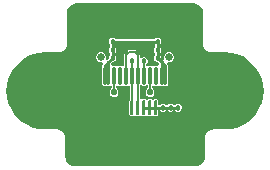
<source format=gtl>
G04*
G04 #@! TF.GenerationSoftware,Altium Limited,Altium Designer,22.0.2 (36)*
G04*
G04 Layer_Physical_Order=1*
G04 Layer_Color=255*
%FSLAX25Y25*%
%MOIN*%
G70*
G04*
G04 #@! TF.SameCoordinates,E213EF3E-3606-43F0-864D-A49EEA771394*
G04*
G04*
G04 #@! TF.FilePolarity,Positive*
G04*
G01*
G75*
%ADD10C,0.01000*%
G04:AMPARAMS|DCode=13|XSize=86mil|YSize=72mil|CornerRadius=18mil|HoleSize=0mil|Usage=FLASHONLY|Rotation=270.000|XOffset=0mil|YOffset=0mil|HoleType=Round|Shape=RoundedRectangle|*
%AMROUNDEDRECTD13*
21,1,0.08600,0.03600,0,0,270.0*
21,1,0.05000,0.07200,0,0,270.0*
1,1,0.03600,-0.01800,-0.02500*
1,1,0.03600,-0.01800,0.02500*
1,1,0.03600,0.01800,0.02500*
1,1,0.03600,0.01800,-0.02500*
%
%ADD13ROUNDEDRECTD13*%
G04:AMPARAMS|DCode=14|XSize=50mil|YSize=10mil|CornerRadius=2.5mil|HoleSize=0mil|Usage=FLASHONLY|Rotation=90.000|XOffset=0mil|YOffset=0mil|HoleType=Round|Shape=RoundedRectangle|*
%AMROUNDEDRECTD14*
21,1,0.05000,0.00500,0,0,90.0*
21,1,0.04500,0.01000,0,0,90.0*
1,1,0.00500,0.00250,0.02250*
1,1,0.00500,0.00250,-0.02250*
1,1,0.00500,-0.00250,-0.02250*
1,1,0.00500,-0.00250,0.02250*
%
%ADD14ROUNDEDRECTD14*%
G04:AMPARAMS|DCode=15|XSize=59.06mil|YSize=11.81mil|CornerRadius=2.95mil|HoleSize=0mil|Usage=FLASHONLY|Rotation=270.000|XOffset=0mil|YOffset=0mil|HoleType=Round|Shape=RoundedRectangle|*
%AMROUNDEDRECTD15*
21,1,0.05906,0.00591,0,0,270.0*
21,1,0.05315,0.01181,0,0,270.0*
1,1,0.00591,-0.00295,-0.02657*
1,1,0.00591,-0.00295,0.02657*
1,1,0.00591,0.00295,0.02657*
1,1,0.00591,0.00295,-0.02657*
%
%ADD15ROUNDEDRECTD15*%
G04:AMPARAMS|DCode=16|XSize=20mil|YSize=20mil|CornerRadius=5mil|HoleSize=0mil|Usage=FLASHONLY|Rotation=90.000|XOffset=0mil|YOffset=0mil|HoleType=Round|Shape=RoundedRectangle|*
%AMROUNDEDRECTD16*
21,1,0.02000,0.01000,0,0,90.0*
21,1,0.01000,0.02000,0,0,90.0*
1,1,0.01000,0.00500,0.00500*
1,1,0.01000,0.00500,-0.00500*
1,1,0.01000,-0.00500,-0.00500*
1,1,0.01000,-0.00500,0.00500*
%
%ADD16ROUNDEDRECTD16*%
%ADD25C,0.00500*%
%ADD26C,0.15748*%
%ADD27O,0.03937X0.08268*%
%ADD28O,0.03937X0.06299*%
%ADD29C,0.02559*%
%ADD30C,0.01800*%
G36*
X19685Y31138D02*
X20465Y31035D01*
X21191Y30734D01*
X21815Y30256D01*
X22294Y29632D01*
X22595Y28905D01*
X22698Y28125D01*
X22704D01*
Y17748D01*
X22697D01*
X22796Y16999D01*
X23085Y16301D01*
X23545Y15702D01*
X24144Y15242D01*
X24842Y14953D01*
X25591Y14855D01*
Y14862D01*
X30000D01*
X30026Y14867D01*
X32013Y14711D01*
X33977Y14239D01*
X35842Y13466D01*
X37564Y12411D01*
X39100Y11100D01*
X40411Y9564D01*
X41467Y7842D01*
X42239Y5977D01*
X42711Y4013D01*
X42869Y2000D01*
X42711Y-13D01*
X42239Y-1977D01*
X41467Y-3842D01*
X40411Y-5564D01*
X39100Y-7100D01*
X37564Y-8411D01*
X35842Y-9466D01*
X33977Y-10239D01*
X32013Y-10711D01*
X30026Y-10867D01*
X30000Y-10862D01*
X26153D01*
Y-10855D01*
X25405Y-10953D01*
X24707Y-11242D01*
X24108Y-11702D01*
X23648Y-12301D01*
X23359Y-12999D01*
X23260Y-13748D01*
X23267D01*
Y-20001D01*
X23261D01*
X23158Y-20781D01*
X22857Y-21507D01*
X22378Y-22131D01*
X21754Y-22610D01*
X21028Y-22911D01*
X20248Y-23014D01*
Y-23020D01*
X-20248D01*
Y-23014D01*
X-21028Y-22911D01*
X-21754Y-22610D01*
X-22378Y-22131D01*
X-22857Y-21507D01*
X-23158Y-20781D01*
X-23261Y-20001D01*
X-23267D01*
Y-13748D01*
X-23260D01*
X-23359Y-12999D01*
X-23648Y-12301D01*
X-24108Y-11702D01*
X-24707Y-11242D01*
X-25405Y-10953D01*
X-26153Y-10855D01*
Y-10862D01*
X-30000D01*
X-30026Y-10867D01*
X-32013Y-10711D01*
X-33977Y-10239D01*
X-35842Y-9466D01*
X-37564Y-8411D01*
X-39100Y-7100D01*
X-40411Y-5564D01*
X-41467Y-3842D01*
X-42239Y-1977D01*
X-42711Y-13D01*
X-42869Y2000D01*
X-42711Y4013D01*
X-42239Y5977D01*
X-41467Y7842D01*
X-40411Y9564D01*
X-39100Y11100D01*
X-37564Y12411D01*
X-35842Y13466D01*
X-33977Y14239D01*
X-32013Y14711D01*
X-30026Y14867D01*
X-30000Y14862D01*
X-25591D01*
Y14855D01*
X-24842Y14953D01*
X-24144Y15242D01*
X-23545Y15702D01*
X-23085Y16301D01*
X-22796Y16999D01*
X-22697Y17748D01*
X-22704D01*
Y28125D01*
X-22698D01*
X-22595Y28905D01*
X-22294Y29632D01*
X-21815Y30256D01*
X-21191Y30734D01*
X-20465Y31035D01*
X-19685Y31138D01*
Y31145D01*
X19685D01*
Y31138D01*
D02*
G37*
%LPC*%
G36*
X7759Y19700D02*
X7241D01*
X6764Y19502D01*
X6579Y19318D01*
X-6579D01*
X-6764Y19502D01*
X-7241Y19700D01*
X-7759D01*
X-8236Y19502D01*
X-8602Y19136D01*
X-8800Y18659D01*
Y18141D01*
X-8602Y17664D01*
X-8418Y17479D01*
Y16421D01*
X-8602Y16236D01*
X-8800Y15759D01*
Y15241D01*
X-8602Y14764D01*
X-8418Y14579D01*
Y13821D01*
X-8602Y13636D01*
X-8800Y13159D01*
Y12898D01*
X-9346Y12352D01*
X-9770Y12635D01*
X-9698Y12808D01*
Y13476D01*
X-9954Y14093D01*
X-10427Y14566D01*
X-11044Y14821D01*
X-11712D01*
X-12329Y14566D01*
X-12802Y14093D01*
X-13058Y13476D01*
Y12808D01*
X-12802Y12190D01*
X-12329Y11718D01*
X-11712Y11462D01*
X-11044D01*
X-10871Y11534D01*
X-10588Y11110D01*
X-10688Y11010D01*
X-10887Y10712D01*
X-10957Y10361D01*
Y10056D01*
X-10990Y10007D01*
X-11044Y9736D01*
Y4421D01*
X-10990Y4150D01*
X-10836Y3920D01*
X-10606Y3766D01*
X-10335Y3712D01*
X-9744D01*
X-9473Y3766D01*
X-9449Y3782D01*
X-9425Y3766D01*
X-9154Y3712D01*
X-8563D01*
X-8292Y3766D01*
X-8062Y3920D01*
X-7627Y3844D01*
X-7553Y3782D01*
Y2907D01*
X-7851Y2848D01*
X-8149Y2649D01*
X-8348Y2351D01*
X-8418Y2000D01*
Y1000D01*
X-8348Y649D01*
X-8149Y351D01*
X-7851Y152D01*
X-7500Y82D01*
X-6500D01*
X-6149Y152D01*
X-5851Y351D01*
X-5652Y649D01*
X-5582Y1000D01*
Y2000D01*
X-5652Y2351D01*
X-5851Y2649D01*
X-6149Y2848D01*
X-6227Y2863D01*
Y3782D01*
X-6152Y3844D01*
X-5718Y3920D01*
X-5488Y3766D01*
X-5217Y3712D01*
X-4626D01*
X-4355Y3766D01*
X-4125Y3920D01*
X-3749D01*
X-3519Y3766D01*
X-3248Y3712D01*
X-2657D01*
X-2386Y3766D01*
X-2156Y3920D01*
X-1722Y3844D01*
X-1647Y3782D01*
Y-844D01*
X-1703Y-881D01*
X-1847Y-1096D01*
X-1897Y-1350D01*
Y-5850D01*
X-1847Y-6104D01*
X-1703Y-6319D01*
X-1488Y-6462D01*
X-1234Y-6513D01*
X-734D01*
X-481Y-6462D01*
X-283Y-6330D01*
X-262Y-6319D01*
X262D01*
X282Y-6330D01*
X481Y-6462D01*
X734Y-6513D01*
X1234D01*
X1488Y-6462D01*
X1667Y-6342D01*
X1690Y-6330D01*
X1968Y-6323D01*
X2247Y-6330D01*
X2270Y-6342D01*
X2449Y-6462D01*
X2703Y-6513D01*
X3203D01*
X3456Y-6462D01*
X3655Y-6330D01*
X3675Y-6319D01*
X4199D01*
X4219Y-6330D01*
X4418Y-6462D01*
X4671Y-6513D01*
X5171D01*
X5425Y-6462D01*
X5623Y-6330D01*
X5643Y-6319D01*
X6168D01*
X6188Y-6330D01*
X6386Y-6462D01*
X6640Y-6513D01*
X7140D01*
X7393Y-6462D01*
X7608Y-6319D01*
X7752Y-6104D01*
X7802Y-5850D01*
Y-4518D01*
X8479D01*
X8664Y-4702D01*
X9141Y-4900D01*
X9659D01*
X10136Y-4702D01*
X10321Y-4518D01*
X10929D01*
X11114Y-4702D01*
X11591Y-4900D01*
X12109D01*
X12586Y-4702D01*
X12771Y-4518D01*
X13379D01*
X13564Y-4702D01*
X14041Y-4900D01*
X14559D01*
X15036Y-4702D01*
X15402Y-4336D01*
X15600Y-3859D01*
Y-3341D01*
X15402Y-2864D01*
X15036Y-2498D01*
X14559Y-2300D01*
X14041D01*
X13564Y-2498D01*
X13379Y-2682D01*
X12771D01*
X12586Y-2498D01*
X12109Y-2300D01*
X11591D01*
X11114Y-2498D01*
X10929Y-2682D01*
X10321D01*
X10136Y-2498D01*
X9659Y-2300D01*
X9141D01*
X8664Y-2498D01*
X8479Y-2682D01*
X7802D01*
Y-1350D01*
X7752Y-1096D01*
X7608Y-881D01*
X7393Y-738D01*
X7140Y-687D01*
X6640D01*
X6386Y-738D01*
X6188Y-870D01*
X6168Y-881D01*
X5643D01*
X5623Y-870D01*
X5425Y-738D01*
X5171Y-687D01*
X4671D01*
X4418Y-738D01*
X4219Y-870D01*
X4199Y-881D01*
X3675D01*
X3655Y-870D01*
X3456Y-738D01*
X3203Y-687D01*
X2703D01*
X2449Y-738D01*
X2270Y-857D01*
X2247Y-870D01*
X2123Y-873D01*
X1648Y-408D01*
X1647Y-383D01*
Y3782D01*
X1722Y3844D01*
X2156Y3920D01*
X2386Y3766D01*
X2657Y3712D01*
X3248D01*
X3519Y3766D01*
X3749Y3920D01*
X4184Y3844D01*
X4259Y3782D01*
Y2870D01*
X4149Y2848D01*
X3851Y2649D01*
X3652Y2351D01*
X3582Y2000D01*
Y1000D01*
X3652Y649D01*
X3851Y351D01*
X4149Y152D01*
X4500Y82D01*
X5500D01*
X5851Y152D01*
X6149Y351D01*
X6348Y649D01*
X6418Y1000D01*
Y2000D01*
X6348Y2351D01*
X6149Y2649D01*
X5851Y2848D01*
X5584Y2901D01*
Y3782D01*
X5658Y3844D01*
X6093Y3920D01*
X6323Y3766D01*
X6594Y3712D01*
X7185D01*
X7456Y3766D01*
X7686Y3920D01*
X8062D01*
X8292Y3766D01*
X8563Y3712D01*
X9154D01*
X9425Y3766D01*
X9449Y3782D01*
X9473Y3766D01*
X9744Y3712D01*
X10335D01*
X10606Y3766D01*
X10836Y3920D01*
X10990Y4150D01*
X11044Y4421D01*
Y9736D01*
X10990Y10007D01*
X10957Y10056D01*
Y10361D01*
X10887Y10712D01*
X10688Y11010D01*
X10588Y11110D01*
X10871Y11534D01*
X11044Y11462D01*
X11712D01*
X12329Y11718D01*
X12802Y12190D01*
X13058Y12808D01*
Y13476D01*
X12802Y14093D01*
X12329Y14566D01*
X11712Y14821D01*
X11044D01*
X10427Y14566D01*
X9954Y14093D01*
X9698Y13476D01*
Y12808D01*
X9770Y12635D01*
X9346Y12352D01*
X8800Y12898D01*
Y13159D01*
X8602Y13636D01*
X8418Y13821D01*
Y14579D01*
X8602Y14764D01*
X8800Y15241D01*
Y15759D01*
X8602Y16236D01*
X8418Y16421D01*
Y17479D01*
X8602Y17664D01*
X8800Y18141D01*
Y18659D01*
X8602Y19136D01*
X8236Y19502D01*
X7759Y19700D01*
D02*
G37*
%LPD*%
G36*
X6582Y17479D02*
Y16421D01*
X6398Y16236D01*
X6200Y15759D01*
Y15241D01*
X6398Y14764D01*
X6582Y14579D01*
Y13821D01*
X6398Y13636D01*
X6200Y13159D01*
Y12641D01*
X6398Y12164D01*
X6764Y11798D01*
X7241Y11600D01*
X7502D01*
X7941Y11162D01*
Y10669D01*
X7458Y10392D01*
X7441Y10394D01*
X7185Y10445D01*
X6594D01*
X6323Y10391D01*
X6093Y10238D01*
X5718D01*
X5488Y10391D01*
X5217Y10445D01*
X4626D01*
X4355Y10391D01*
X4125Y10238D01*
X3690Y10314D01*
X3616Y10375D01*
Y10889D01*
X3636Y10898D01*
X4002Y11264D01*
X4200Y11741D01*
Y12259D01*
X4002Y12736D01*
X3636Y13102D01*
X3159Y13300D01*
X2641D01*
X2164Y13102D01*
X2147Y13085D01*
X1647Y13293D01*
Y13816D01*
X1596Y14069D01*
X1453Y14284D01*
X369Y15369D01*
X154Y15512D01*
X-100Y15563D01*
X-2000D01*
X-2254Y15512D01*
X-2469Y15369D01*
X-3421Y14416D01*
X-3565Y14201D01*
X-3616Y13947D01*
Y10375D01*
X-3690Y10314D01*
X-4125Y10238D01*
X-4355Y10391D01*
X-4626Y10445D01*
X-5217D01*
X-5488Y10391D01*
X-5718Y10238D01*
X-6093D01*
X-6323Y10391D01*
X-6594Y10445D01*
X-7185D01*
X-7441Y10394D01*
X-7458Y10392D01*
X-7941Y10669D01*
Y11162D01*
X-7502Y11600D01*
X-7241D01*
X-6764Y11798D01*
X-6398Y12164D01*
X-6200Y12641D01*
Y13159D01*
X-6398Y13636D01*
X-6582Y13821D01*
Y14579D01*
X-6398Y14764D01*
X-6200Y15241D01*
Y15759D01*
X-6398Y16236D01*
X-6582Y16421D01*
Y17479D01*
X-6579Y17482D01*
X6579D01*
X6582Y17479D01*
D02*
G37*
D10*
X-7500Y18400D02*
X7500D01*
X11850Y-3600D02*
X14300D01*
X9400D02*
X11850D01*
X6890D02*
X9400D01*
X4921D02*
X6890D01*
X2953D02*
X4921D01*
X-10039Y7079D02*
Y10361D01*
X-7500Y12900D02*
Y15500D01*
Y18400D01*
X-8858Y7079D02*
Y11542D01*
X-7500Y12900D01*
X-10039Y10361D02*
X-8858Y11542D01*
X8858D02*
X10039Y10361D01*
X7500Y12900D02*
X8858Y11542D01*
Y7079D02*
Y11542D01*
X7500Y15500D02*
Y18400D01*
Y12900D02*
Y15500D01*
X10039Y7079D02*
Y10361D01*
D13*
X18563Y-16000D02*
D03*
X-18563D02*
D03*
D14*
X6890Y-3600D02*
D03*
X4921D02*
D03*
X2953D02*
D03*
X984D02*
D03*
X-984D02*
D03*
X-2953D02*
D03*
X-4921D02*
D03*
X-6890D02*
D03*
D15*
X13189Y7079D02*
D03*
X12008D02*
D03*
X10039D02*
D03*
X8858D02*
D03*
X6890D02*
D03*
X4921D02*
D03*
X2953D02*
D03*
X984D02*
D03*
X-984D02*
D03*
X-2953D02*
D03*
X-4921D02*
D03*
X-6890D02*
D03*
X-8858D02*
D03*
X-10039D02*
D03*
X-12008D02*
D03*
X-13189D02*
D03*
D16*
X5000Y1500D02*
D03*
X9000D02*
D03*
X-11000D02*
D03*
X-7000D02*
D03*
D25*
X-6890Y1610D02*
Y7079D01*
X4921Y1579D02*
Y7079D01*
X2953D02*
Y11947D01*
X2900Y12000D02*
X2953Y11947D01*
X-984Y7079D02*
Y12016D01*
X-100Y14900D02*
X984Y13816D01*
X-2000Y14900D02*
X-100D01*
X984Y7079D02*
Y13816D01*
X-2953Y7079D02*
Y13947D01*
X-2000Y14900D01*
X984Y-3600D02*
Y7079D01*
X-984Y-3600D02*
Y7079D01*
D26*
X-30000Y2000D02*
D03*
X30000D02*
D03*
D27*
X17028Y11173D02*
D03*
X-17028D02*
D03*
D28*
X17028Y26921D02*
D03*
X-17028D02*
D03*
D29*
X-11378Y13142D02*
D03*
X11378D02*
D03*
D30*
X4500Y16000D02*
D03*
X-4500D02*
D03*
X9400Y-3600D02*
D03*
X11850D02*
D03*
X14300D02*
D03*
X-7500Y12900D02*
D03*
Y15500D02*
D03*
Y18400D02*
D03*
X7500D02*
D03*
Y15500D02*
D03*
Y12900D02*
D03*
X2900Y12000D02*
D03*
X-984Y12016D02*
D03*
M02*

</source>
